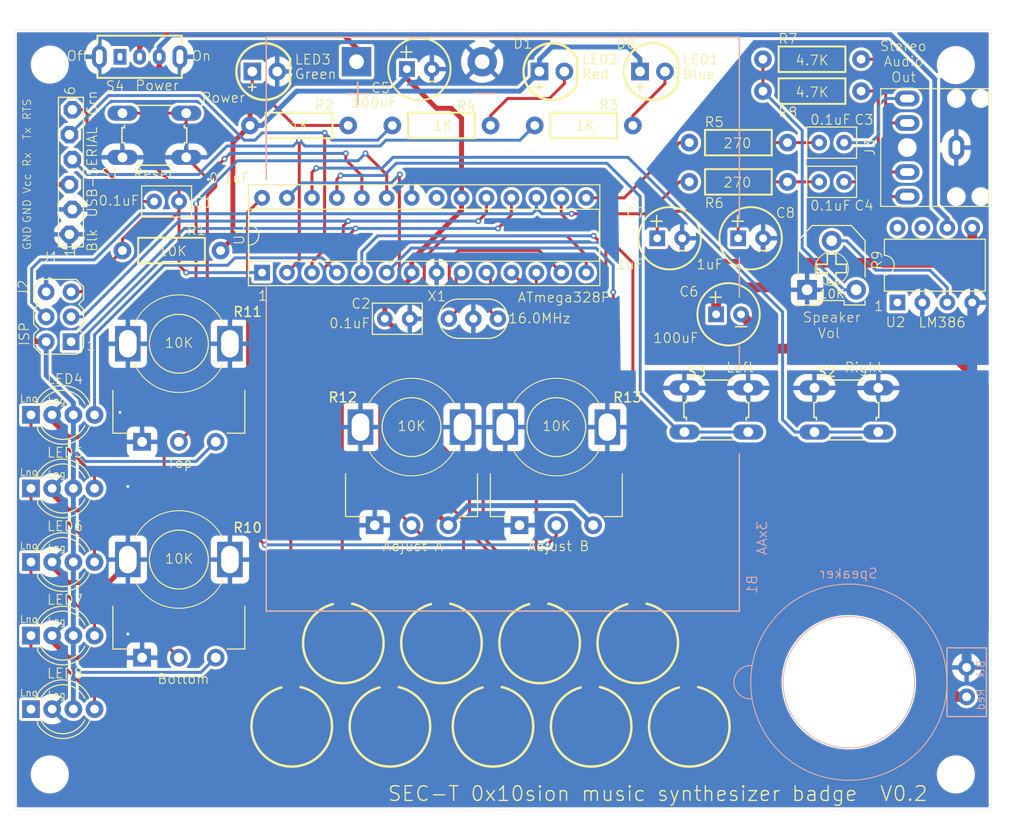
<source format=kicad_pcb>
(kicad_pcb (version 20240108) (generator "pcbnew") (generator_version "8.0")
  (title_block (date "2024-08-10") (rev "0.2"))
  (layers (0 "F.Cu" signal) (31 "B.Cu" signal) (34 "B.Paste" user) (35 "F.Paste" user) (36 "B.SilkS" user "B.Silkscreen") (37 "F.SilkS" user "F.Silkscreen") (38 "B.Mask" user) (39 "F.Mask" user) (44 "Edge.Cuts" user))
  (net 0 "")
  (net 1 "GND")
  (net 2 "VCC")
  (net 3 "RTS*")
  (net 4 "RESET*")
  (net 5 "TXD")
  (net 6 "AUDIO-LEFT")
  (net 7 "RXD")
  (net 8 "SCK")
  (net 9 "MISO")
  (net 10 "Net-(R6-2)")
  (net 11 "Net-(U2-OUT)")
  (net 12 "MOSI{slash}AUDIO-RIGHT")
  (net 13 "Net-(LED1-C)")
  (net 14 "Net-(LED2-C)")
  (net 15 "Net-(LED4-DOUT)")
  (net 16 "Neopix_Data")
  (net 17 "Net-(LED5-DOUT)")
  (net 18 "Net-(LED6-DOUT)")
  (net 19 "Net-(LED7-DOUT)")
  (net 21 "Net-(U1-PC2(ADC2))")
  (net 22 "Net-(U1-PC3(ADC3))")
  (net 26 "Net-(U1-PB6(XTAL1{slash}TOSC1))")
  (net 27 "Net-(U1-PB7(XTAL2{slash}TOSC2))")
  (net 29 "Net-(R10-Wiper)")
  (net 30 "D")
  (net 31 "E")
  (net 32 "F")
  (net 33 "G")
  (net 34 "F#")
  (net 35 "G#")
  (net 36 "D#")
  (net 37 "Net-(B1-Pad+)")
  (net 38 "Net-(R5-2)")
  (net 39 "Net-(J3-Tip)")
  (net 40 "Net-(J3-Ring)")
  (net 41 "Net-(C6-Pad-)")
  (net 42 "Net-(J3-Ring_Switch)")
  (net 43 "Net-(J3-Tip_Switch)")
  (net 44 "Net-(R2-2)")
  (net 45 "Net-(R7-1)")
  (net 46 "Net-(R9-Wiper)")
  (net 47 "Net-(R11-Wiper)")
  (net 48 "Net-(R12-Wiper)")
  (net 49 "Net-(R13-Wiper)")
  (footprint "Library:TACTILE_SWITCH_6.3MM" (layer "F.Cu") (at 184.75 108.75)
    (property "Reference" "S2")
    (property "Value" "Tact Switch Red")
  )
  (footprint "Library:LED5MM" (layer "F.Cu") (at 125.5 74.25)
    (property "Reference" "LED3")
    (property "Value" "Green")
  )
  (footprint "Library:Resistor_THT_0.25W" (layer "F.Cu") (at 158 79.75)
    (property "Reference" "R3")
    (property "Value" "1K")
  )
  (footprint "Library:Resistor_THT_0.25W" (layer "F.Cu") (at 181.25 73)
    (property "Reference" "R7")
    (property "Value" "4.7K")
  )
  (footprint "Library:Cap_Kemet_2.54_MLCC_through-hole" (layer "F.Cu") (at 115.5 87.5 180)
    (property "Reference" "C1")
    (property "Value" "0.1uF")
  )
  (footprint "Library:Cap_Rubycon_Electrolytic_1uF" (layer "F.Cu") (at 175 91.25 180)
    (property "Reference" "C8")
    (property "Value" "1uF")
  )
  (footprint "Library:Cap_Kemet_2.54_MLCC_through-hole" (layer "F.Cu") (at 183.25 85.5)
    (property "Reference" "C4")
    (property "Value" "0.1uF")
  )
  (footprint "Library:LED_WS2812_5mm_Wide_Pins" (layer "F.Cu") (at 101.682 139.25)
    (property "Reference" "LED8")
    (property "Value" "WS2812B")
  )
  (footprint "Library:LED_WS2812_5mm_Wide_Pins" (layer "F.Cu") (at 101.682 131.75)
    (property "Reference" "LED7")
    (property "Value" "WS2812B")
  )
  (footprint "Library:PCB-TOUCHPAD" (layer "F.Cu") (at 143.5 132.5 -90)
    (property "Reference" "TOUCH6" (hide yes))
    (property "Value" "PCB-TOUCHPAD" (hide yes))
  )
  (footprint "Library:Resistor_THT_0.25W" (layer "F.Cu") (at 116 92.5)
    (property "Reference" "R1")
    (property "Value" "10K")
  )
  (footprint "Package_DIP:DIP-28_W7.62mm_Socket" (layer "F.Cu") (at 125.225 94.75 90)
    (property "Reference" "U1")
    (property "Value" "ATmega328P-PU")
  )
  (footprint "Library:Potentiometer_TT_P120PK" (layer "F.Cu") (at 116.75 112)
    (property "Reference" "R11")
    (property "Value" "10K pot")
  )
  (footprint "Library:LED5MM" (layer "F.Cu") (at 154.75 74.25)
    (property "Reference" "LED2")
    (property "Value" "Red")
  )
  (footprint "Library:Potentiometer_TT_P120PK" (layer "F.Cu") (at 116.75 134)
    (property "Reference" "R10")
    (property "Value" "10K pot")
  )
  (footprint "" (layer "F.Cu") (at 194.6 73.6)
    (property "Reference" "@HOLE1" (hide yes))
    (property "Value" "")
  )
  (footprint "Library:TACTILE_SWITCH_6.3MM" (layer "F.Cu") (at 171.5 108.75)
    (property "Reference" "S3")
    (property "Value" "Tact Switch Red")
  )
  (footprint "Library:PCB-TOUCHPAD" (layer "F.Cu") (at 133.5 132.5 -90)
    (property "Reference" "TOUCH9" (hide yes))
    (property "Value" "PCB-TOUCHPAD" (hide yes))
  )
  (footprint "Library:C&K_SPST_OS102011MS2QS1" (layer "F.Cu") (at 110.75 72.75)
    (property "Reference" "S4")
    (property "Value" "SPST" (hide yes))
  )
  (footprint "Library:Resistor_THT_0.25W" (layer "F.Cu") (at 173.75 81.5)
    (property "Reference" "R5")
    (property "Value" "270")
  )
  (footprint "Library:Resistor_THT_0.25W" (layer "F.Cu") (at 173.75 85.5)
    (property "Reference" "R6")
    (property "Value" "270")
  )
  (footprint "Library:TACTILE_SWITCH_6.3MM" (layer "F.Cu") (at 114.25 80.75)
    (property "Reference" "S1")
    (property "Value" "Tact Switch Black")
  )
  (footprint "Library:Cap_Wurth_Electrolytic_100uF" (layer "F.Cu") (at 141.25 74 180)
    (property "Reference" "C5")
    (property "Value" "100uF")
  )
  (footprint "" (layer "F.Cu") (at 195.828265 146.9414)
    (property "Reference" "@HOLE3" (hide yes))
    (property "Value" "")
  )
  (footprint "Library:Cap_Wurth_Electrolytic_100uF" (layer "F.Cu") (at 172.75 99 180)
    (property "Reference" "C6")
    (property "Value" "100uF")
  )
  (footprint "Library:Cap_Kemet_2.54_MLCC_through-hole" (layer "F.Cu") (at 183.25 81.5)
    (property "Reference" "C3")
    (property "Value" "0.1uF")
  )
  (footprint "" (layer "F.Cu") (at 102.878265 146.7914)
    (property "Reference" "@HOLE2" (hide yes))
    (property "Value" "")
  )
  (footprint "Library:PCB-TOUCHPAD" (layer "F.Cu") (at 148.75 141 -90)
    (property "Reference" "TOUCH3" (hide yes))
    (property "Value" "PCB-TOUCHPAD" (hide yes))
  )
  (footprint "Library:Potentiometer_TT_P120PK" (layer "F.Cu") (at 140.45 120.5)
    (property "Reference" "R12")
    (property "Value" "10K pot")
  )
  (footprint "Library:sec-t_logo" (layer "F.Cu") (at 183.25 121)
    (property "Reference" "G***" (hide yes))
    (property "Value" "LOGO" (hide yes))
  )
  (footprint "Library:PCB-TOUCHPAD" (layer "F.Cu") (at 128.25 141 -90)
    (property "Reference" "TOUCH1" (hide yes))
    (property "Value" "PCB-TOUCHPAD" (hide yes))
  )
  (footprint "Library:CERM_OSC_16MHz" (layer "F.Cu") (at 146.75 99.45)
    (property "Reference" "X1")
    (property "Value" "16.00MHz")
  )
  (footprint "Library:TRIMPOT-Bourns-3306F" (layer "F.Cu") (at 183.25 94)
    (property "Reference" "R9")
    (property "Value" "10K trim pot")
  )
  (footprint "Library:3.5mm_CUI_SJ1-3525NG_Horizontal" (layer "F.Cu") (at 194.75 82 -90)
    (property "Reference" "J3")
    (property "Value" "STEREO-AUDIO-3.5MM-SWITCHED")
  )
  (footprint "Library:Potentiometer_TT_P120PK" (layer "F.Cu") (at 155.2 120.5)
    (property "Reference" "R13")
    (property "Value" "10K pot")
  )
  (footprint "Library:PCB-TOUCHPAD" (layer "F.Cu") (at 168.75 141 -90)
    (property "Reference" "TOUCH5" (hide yes))
    (property "Value" "PCB-TOUCHPAD" (hide yes))
  )
  (footprint "Library:Resistor_THT_0.25W" (layer "F.Cu") (at 143.5 79.75)
    (property "Reference" "R4")
    (property "Value" "1K")
  )
  (footprint "Library:Cap_Rubycon_Electrolytic_1uF" (layer "F.Cu") (at 166.75 91.25 180)
    (property "Reference" "C7")
    (property "Value" "1uF")
  )
  (footprint "Library:PCB-TOUCHPAD" (layer "F.Cu") (at 138.25 141 -90)
    (property "Reference" "TOUCH2" (hide yes))
    (property "Value" "PCB-TOUCHPAD" (hide yes))
  )
  (footprint "Library:1x06-pin-header_2.54mm_spacing" (layer "F.Cu") (at 105.75 84.5 90)
    (property "Reference" "J1")
    (property "Value" "1x6 right-angle pin-header")
  )
  (footprint "Library:2x3_-pin-header_2.54mm_spacing" (layer "F.Cu") (at 104.5 99.25 180)
    (property "Reference" "J2")
    (property "Value" "ISP")
  )
  (footprint "Library:Cap_Kemet_2.54_MLCC_through-hole" (layer "F.Cu") (at 139 99.45)
    (property "Reference" "C2")
    (property "Value" "0.1uF")
  )
  (footprint "Library:Resistor_THT_0.25W" (layer "F.Cu") (at 181.25 76.25)
    (property "Reference" "R8")
    (property "Value" "4.7K")
  )
  (footprint "Library:LED_WS2812_5mm_Wide_Pins" (layer "F.Cu") (at 101.682 116.75)
    (property "Reference" "LED5")
    (property "Value" "WS2812B")
  )
  (footprint "" (layer "F.Cu") (at 103.6 73.6)
    (property "Reference" "@HOLE0" (hide yes))
    (property "Value" "")
  )
  (footprint "Library:LED_WS2812_5mm_Wide_Pins" (layer "F.Cu") (at 101.682 124.25)
    (property "Reference" "LED6")
    (property "Value" "WS2812B")
  )
  (footprint "Library:PCB-TOUCHPAD" (layer "F.Cu") (at 158.75 141 -90)
    (property "Reference" "TOUCH4" (hide yes))
    (property "Value" "PCB-TOUCHPAD" (hide yes))
  )
  (footprint "Library:PCB-TOUCHPAD" (layer "F.Cu") (at 153.5 132.5 -90)
    (property "Reference" "TOUCH7" (hide yes))
    (property "Value" "PCB-TOUCHPAD" (hide yes))
  )
  (footprint "Library:Resistor_THT_0.25W" (layer "F.Cu") (at 129 79.75)
    (property "Reference" "R2")
    (property "Value" "1K")
  )
  (footprint "Library:PCB-TOUCHPAD" (layer "F.Cu") (at 163.5 132.5 -90)
    (property "Reference" "TOUCH8" (hide yes))
    (property "Value" "PCB-TOUCHPAD" (hide yes))
  )
  (footprint "Library:LED5MM" (layer "F.Cu") (at 165 74.25)
    (property "Reference" "LED1")
    (property "Value" "Blue")
  )
  (footprint "Library:LED_WS2812_5mm_Wide_Pins" (layer "F.Cu") (at 101.682 109.25)
    (property "Reference" "LED4")
    (property "Value" "WS2812B")
  )
  (footprint "Package_DIP:DIP-8_W7.62mm" (layer "F.Cu") (at 189.95 97.8 90)
    (property "Reference" "U2")
    (property "Value" "LM386N-1")
  )
  (footprint "Library:DesignedWithKiCad_logo" (layer "B.Cu") (at 113.75 145.3 180)
    (property "Reference" "G***" (hide yes))
    (property "Value" "LOGO" (hide yes))
  )
  (footprint "Library:CC-BY-SA_logo" (layer "B.Cu") (at 159.934214 147.629551 180)
    (property "Reference" "G***" (hide yes))
    (property "Value" "LOGO" (hide yes))
  )
  (footprint "Library:oshw-logo" (layer "B.Cu") (at 170.25 143.5 180)
    (property "Reference" "G***" (hide yes))
    (property "Value" "LOGO" (hide yes))
  )
  (footprint "Library:BatteryHolder_Eagle_Plastic_Devices_3xAA" (layer "B.Cu") (at 149.75 129.25 90)
    (property "Reference" "B1")
    (property "Value" "Battery Holder")
  )
  (footprint "Library:SPEAKER-TERMINALS" (layer "B.Cu") (at 197 136.5 -90)
    (property "Reference" "SPKR1" (hide yes))
    (property "Value" "SPEAKER-TERMINALS")
  )
  (footprint "Library:cornfield-elec-logo_BLK" (layer "B.Cu") (at 138.25 147.37 180)
    (property "Reference" "G***" (hide yes))
    (property "Value" "LOGO" (hide yes))
  )
  (gr_line (start 199.5 70) (end 100 70) (stroke (width 0.0254)) (layer "Edge.Cuts"))
  (gr_line (start 199.5 149.5) (end 199.5 70) (stroke (width 0.0254)) (layer "Edge.Cuts"))
  (gr_line (start 100 149.5) (end 199.5 149.5) (stroke (width 0.0254)) (layer "Edge.Cuts"))
  (gr_line (start 100 70) (end 100 149.5) (stroke (width 0.02794)) (layer "Edge.Cuts"))
  (gr_text "3xAA" (at 176.75 120 90) (layer "B.SilkS") (effects (font (size 1 1) (thickness 0.1)) (justify left bottom mirror)))
  (gr_text "Speaker" (at 188 126 0) (layer "B.SilkS") (effects (font (size 1 1) (thickness 0.1)) (justify left bottom mirror)))
  (gr_text "1" (at 124.75 97.7 0) (layer "F.SilkS") (effects (font (size 1 1) (thickness 0.1)) (justify left bottom)))
  (gr_text "Reset" (at 112.05 85.25 0) (layer "F.SilkS") (effects (font (size 1 1) (thickness 0.1)) (justify left bottom)))
  (gr_text "RTS" (at 101.75 79.25 90) (layer "F.SilkS") (effects (font (size 0.8 0.8) (thickness 0.08)) (justify left bottom)))
  (gr_text "LM386" (at 194.5 99.25 0) (layer "F.SilkS") (effects (font (size 1 1) (thickness 0.1)) (justify top)))
  (gr_text "Off" (at 105.25 73.25 0) (layer "F.SilkS") (effects (font (size 1 1) (thickness 0.1)) (justify left bottom)))
  (gr_text "0.1uF" (at 181 88.5 0) (layer "F.SilkS") (effects (font (size 1 1) (thickness 0.1)) (justify left bottom)))
  (gr_text "10K" (at 138.95 110.974576 0) (layer "F.SilkS") (effects (font (size 1 1) (thickness 0.1)) (justify left bottom)))
  (gr_text "GND" (at 101.75 92.5 90) (layer "F.SilkS") (effects (font (size 0.8 0.8) (thickness 0.08)) (justify left bottom)))
  (gr_text "Green" (at 128.5 75.1 0) (layer "F.SilkS") (effects (font (size 1 1) (thickness 0.1)) (justify left bottom)))
  (gr_text "Vcc" (at 101.75 86.75 90) (layer "F.SilkS") (effects (font (size 0.8 0.8) (thickness 0.08)) (justify left bottom)))
  (gr_text "Top" (at 115.5 114.75 0) (layer "F.SilkS") (effects (font (size 1 1) (thickness 0.1)) (justify left bottom)))
  (gr_text "Left" (at 172.435 105 0) (layer "F.SilkS") (effects (font (size 1 1) (thickness 0.1)) (justify left bottom)))
  (gr_text "ATmega328P" (at 156 96.7 0) (layer "F.SilkS") (effects (font (size 1 1) (thickness 0.1)) (justify top)))
  (gr_text "10K" (at 153.7 110.974576 0) (layer "F.SilkS") (effects (font (size 1 1) (thickness 0.1)) (justify left bottom)))
  (gr_text "Blk" (at 108.5 92.7 90) (layer "F.SilkS") (effects (font (size 1 1) (thickness 0.1)) (justify left bottom)))
  (gr_text "0.1uF" (at 132 100.5 0) (layer "F.SilkS") (effects (font (size 1 1) (thickness 0.1)) (justify left bottom)))
  (gr_text "6" (at 106.25 76.75 90) (layer "F.SilkS") (effects (font (size 1 1) (thickness 0.1)) (justify left bottom)))
  (gr_text "100uF" (at 134.25 78 0) (layer "F.SilkS") (effects (font (size 1 1) (thickness 0.1)) (justify left bottom)))
  (gr_text "10K" (at 114.6 93.15 0) (layer "F.SilkS") (effects (font (size 1 1) (thickness 0.1)) (justify left bottom)))
  (gr_text "Audio\n Out" (at 188.5 75.412929 0) (layer "F.SilkS") (effects (font (size 1 1) (thickness 0.09)) (justify left bottom)))
  (gr_text "Blue" (at 168 75.1 0) (layer "F.SilkS") (effects (font (size 1 1) (thickness 0.1)) (justify left bottom)))
  (gr_text "Power" (at 119 77.5 0) (layer "F.SilkS") (effects (font (size 1 1) (thickness 0.1)) (justify left bottom)))
  (gr_text "Red" (at 157.75 75.1 0) (layer "F.SilkS") (effects (font (size 1 1) (thickness 0.1)) (justify left bottom)))
  (gr_text "1K" (at 142.6 80.35 0) (layer "F.SilkS") (effects (font (size 1 1) (thickness 0.1)) (justify left bottom)))
  (gr_text "Power" (at 112.25 76.25 0) (layer "F.SilkS") (effects (font (size 1 1) (thickness 0.1)) (justify left bottom)))
  (gr_text "+" (at 134.25 76.25 0) (layer "F.SilkS") (effects (font (size 1 1) (thickness 0.1)) (justify left bottom)))
  (gr_text "0.1uF" (at 108.5 88 0) (layer "F.SilkS") (effects (font (size 1 1) (thickness 0.1)) (justify left bottom)))
  (gr_text "16.0MHz" (at 150.25 100 0) (layer "F.SilkS") (effects (font (size 1 1) (thickness 0.1)) (justify left bottom)))
  (gr_text "Rx" (at 101.75 84 90) (layer "F.SilkS") (effects (font (size 0.8 0.8) (thickness 0.08)) (justify left bottom)))
  (gr_text "0.1uF" (at 119.75 85.7 0) (layer "F.SilkS") (effects (font (size 1 1) (thickness 0.1)) (justify left bottom)))
  (gr_text "USB-SERIAL" (at 108.5 89.2 90) (layer "F.SilkS") (effects (font (size 1 1) (thickness 0.1)) (justify left bottom)))
  (gr_text "Stereo" (at 188.1 72.25 0) (layer "F.SilkS") (effects (font (size 1 1) (thickness 0.09)) (justify left bottom)))
  (gr_text "1K" (at 128.05 80.35 0) (layer "F.SilkS") (effects (font (size 1 1) (thickness 0.1)) (justify left bottom)))
  (gr_text "GND" (at 101.75 89.75 90) (layer "F.SilkS") (effects (font (size 0.8 0.8) (thickness 0.08)) (justify left bottom)))
  (gr_text "Adjust A" (at 137.45 123.224576 0) (layer "F.SilkS") (effects (font (size 1 1) (thickness 0.1)) (justify left bottom)))
  (gr_text "10K" (at 181.9 97.45 0) (layer "F.SilkS") (effects (font (size 0.9 0.9)) (justify left bottom)))
  (gr_text "0.1uF" (at 181 79.75 0) (layer "F.SilkS") (effects (font (size 1 1) (thickness 0.1)) (justify left bottom)))
  (gr_text "D1" (at 150.75 72 0) (layer "F.SilkS") (effects (font (size 1 1) (thickness 0.1)) (justify left bottom)))
  (gr_text "1uF" (at 169.4 94.5 0) (layer "F.SilkS") (effects (font (size 1 1) (thickness 0.1)) (justify left bottom)))
  (gr_text "On" (at 118 73.25 0) (layer "F.SilkS") (effects (font (size 1 1) (thickness 0.1)) (justify left bottom)))
  (gr_text "270" (at 172.15 86.15 0) (layer "F.SilkS") (effects (font (size 1 1) (thickness 0.1)) (justify left bottom)))
  (gr_text "1" (at 106.25 93.25 90) (layer "F.SilkS") (effects (font (size 1 1) (thickness 0.1)) (justify left bottom)))
  (gr_text "4.7K" (at 179.5 73.7 0) (layer "F.SilkS") (effects (font (size 1 1) (thickness 0.1)) (justify left bottom)))
  (gr_text "-" (at 147 76.25 0) (layer "F.SilkS") (effects (font (size 1 1) (thickness 0.1)) (justify left bottom)))
  (gr_text "10K" (at 115.25 102.5 0) (layer "F.SilkS") (effects (font (size 1 1) (thickness 0.1)) (justify left bottom)))
  (gr_text "SEC-T 0x10sion music synthesizer badge  V0.2" (at 165.528265 148.7414 0) (layer "F.SilkS") (effects (font (size 1.5 1.5) (thickness 0.13)) (justify bottom)))
  (gr_text "Grn" (at 108.5 78.784 90) (layer "F.SilkS") (effects (font (size 1 1) (thickness 0.1)) (justify left bottom)))
  (gr_text "1uF" (at 161.25 94.5 0) (layer "F.SilkS") (effects (font (size 1 1) (thickness 0.1)) (justify left bottom)))
  (gr_text "270" (at 172.15 82.15 0) (layer "F.SilkS") (effects (font (size 1 1) (thickness 0.1)) (justify left bottom)))
  (gr_text "Speaker\n  Vol" (at 180.25 101.5 0) (layer "F.SilkS") (effects (font (size 1 1) (thickness 0.09)) (justify left bottom)))
  (gr_text "1K" (at 157.1 80.35 0) (layer "F.SilkS") (effects (font (size 1 1) (thickness 0.1)) (justify left bottom)))
  (gr_text "4.7K" (at 179.5 76.95 0) (layer "F.SilkS") (effects (font (size 1 1) (thickness 0.1)) (justify left bottom)))
  (gr_text "10K" (at 115.25 124.5 0) (layer "F.SilkS") (effects (font (size 1 1) (thickness 0.1)) (justify left bottom)))
  (gr_text "100uF" (at 165 102 0) (layer "F.SilkS") (effects (font (size 1 1) (thickness 0.1)) (justify left bottom)))
  (gr_text "Adjust B" (at 152.2 123.224576 0) (layer "F.SilkS") (effects (font (size 1 1) (thickness 0.1)) (justify left bottom)))
  (gr_text "D0" (at 161.25 72 0) (layer "F.SilkS") (effects (font (size 1 1) (thickness 0.1)) (justify left bottom)))
  (gr_text "Right" (at 184.5 105 0) (layer "F.SilkS") (effects (font (size 1 1) (thickness 0.1)) (justify left bottom)))
  (gr_text "Bottom" (at 114.5 136.75 0) (layer "F.SilkS") (effects (font (size 1 1) (thickness 0.1)) (justify left bottom)))
  (gr_text "Tx" (at 101.75 81.25 90) (layer "F.SilkS") (effects (font (size 0.8 0.8) (thickness 0.08)) (justify left bottom)))
  (gr_text "1" (at 187.5 98.75 0) (layer "F.SilkS") (effects (font (size 1 1) (thickness 0.1)) (justify left bottom)))
  (segment (start 111.55 132.05) (end 111.55 131.6) (width 0.5) (layer "F.Cu") (net 1))
  (segment (start 176.27 91.25) (end 176.27 92.68) (width 0.5) (layer "F.Cu") (net 1))
  (segment (start 110.75 110.35) (end 109.6 111.5) (width 0.5) (layer "F.Cu") (net 1))
  (segment (start 103.841 117.291) (end 105.5 118.95) (width 0.5) (layer "F.Cu") (net 1))
  (segment (start 111.55 116.55) (end 111.55 116.6) (width 0.5) (layer "F.Cu") (net 1))
  (segment (start 103.841 131.9) (end 103.841 132.341) (width 0.5) (layer "F.Cu") (net 1))
  (segment (start 103.841 116.85) (end 103.841 117.291) (width 0.5) (layer "F.Cu") (net 1))
  (segment (start 176.27 92.68) (end 175.35 93.6) (width 0.5) (layer "F.Cu") (net 1))
  (segment (start 111.55 131.6) (end 111.55 131.65) (width 0.5) (layer "F.Cu") (net 1))
  (segment (start 111.55 124.4) (end 111.55 124) (width 0.5) (layer "F.Cu") (net 1))
  (segment (start 103.841 124.25) (end 103.841 124.691) (width 0.5) (layer "F.Cu") (net 1))
  (segment (start 103.841 132.341) (end 105.5 134) (width 0.5) (layer "F.Cu") (net 1))
  (segment (start 119.75 85.25) (end 117.5 83) (width 0.3) (layer "F.Cu") (net 1))
  (segment (start 110.75 109) (end 110.75 110.35) (width 0.5) (layer "F.Cu") (net 1))
  (segment (start 109.6 111.5) (end 105.5 111.5) (width 0.5) (layer "F.Cu") (net 1))
  (segment (start 103.841 124.691) (end 105.5 126.35) (width 0.5) (layer "F.Cu") (net 1))
  (segment (start 111.55 117) (end 111.55 116.55) (width 0.5) (layer "F.Cu") (net 1))
  (segment (start 105.5 118.95) (end 109.6 118.95) (width 0.5) (layer "F.Cu") (net 1))
  (segment (start 168.02 92.62) (end 168.02 91.25) (width 0.5) (layer "F.Cu") (net 1))
  (segment (start 105.5 126.35) (end 109.6 126.35) (width 0.5) (layer "F.Cu") (net 1))
  (segment (start 109.6 134) (end 111.55 132.05) (width 0.5) (layer "F.Cu") (net 1))
  (segment (start 169 93.6) (end 168.02 92.62) (width 0.5) (layer "F.Cu") (net 1))
  (segment (start 109.6 118.95) (end 111.55 117) (width 0.5) (layer "F.Cu") (net 1))
  (segment (start 175.35 93.6) (end 169 93.6) (width 0.5) (layer "F.Cu") (net 1))
  (segment (start 109.6 126.35) (end 111.55 124.4) (width 0.5) (layer "F.Cu") (net 1))
  (segment (start 103.841 109.841) (end 103.841 109.4) (width 0.5) (layer "F.Cu") (net 1))
  (segment (start 105.5 111.5) (end 103.841 109.841) (width 0.5) (layer "F.Cu") (net 1))
  (segment (start 105.5 134) (end 109.6 134) (width 0.5) (layer "F.Cu") (net 1))
  (via (at 111.55 131.6) (size 0.6) (drill 0.3) (layers "F.Cu" "B.Cu") (net 1))
  (via (at 110.75 109) (size 0.6) (drill 0.3) (layers "F.Cu" "B.Cu") (net 1))
  (via (at 111.55 116.55) (size 0.6) (drill 0.3) (layers "F.Cu" "B.Cu") (net 1))
  (via (at 119.75 85.25) (size 0.6) (drill 0.3) (layers "F.Cu" "B.Cu") (net 1))
  (segment (start 197 135) (end 197 132.75) (width 1) (layer "B.Cu") (net 1))
  (segment (start 198.75 106.5) (end 197.57 105.32) (width 1) (layer "B.Cu") (net 1))
  (segment (start 198.75 131) (end 198.75 106.5) (width 1) (layer "B.Cu") (net 1))
  (segment (start 197.57 105.32) (end 197.57 97.8) (width 1) (layer "B.Cu") (net 1))
  (segment (start 197 132.75) (end 198.75 131) (width 1) (layer "B.Cu") (net 1))
  (segment (start 139.5 115.8) (end 139.5 101.22) (width 0.5) (layer "F.Cu") (net 2))
  (segment (start 144.2 120.5) (end 139.5 115.8) (width 0.5) (layer "F.Cu") (net 2))
  (segment (start 104.27 85.77) (end 101 89.04) (width 0.5) (layer "F.Cu") (net 2))
  (segment (start 143 78) (end 139.98 74.98) (width 0.5) (layer "F.Cu") (net 2))
  (segment (start 137.73 97.97) (end 137.73 99.45) (width 0.5) (layer "F.Cu") (net 2))
  (segment (start 112.75 75.75) (end 105.382473 75.75) (width 0.5) (layer "F.Cu") (net 2))
  (segment (start 145.545 87.13) (end 145.545 88.405) (width 0.5) (layer "F.Cu") (net 2))
  (segment (start 101 100.53) (end 102.26 101.79) (width 0.5) (layer "F.Cu") (net 2))
  (segment (start 140.465 93.485) (end 140.465 94.75) (width 0.5) (layer "F.Cu") (net 2))
  (segment (start 103 84.5) (end 104.27 85.77) (width 0.5) (layer "F.Cu") (net 2))
  (segment (start 121.25 75.75) (end 116.75 75.75) (width 0.5) (layer "F.Cu") (net 2))
  (segment (start 145.5 79) (end 144.5 78) (width 0.5) (layer "F.Cu") (net 2))
  (segment (start 124 79.75) (end 124 78.5) (width 0.5) (layer "F.Cu") (net 2))
  (segment (start 114.75 72.75) (end 114.75 73.75) (width 0.5) (layer "F.Cu") (net 2))
  (segment (start 104.27 85.77) (end 105.6 85.77) (width 0.5) (layer "F.Cu") (net 2))
  (segment (start 145.545 87.13) (end 145.545 79) (width 0.5) (layer "F.Cu") (net 2))
  (segment (start 116.75 75.75) (end 114.75 73.75) (width 0.5) (layer "F.Cu") (net 2))
  (segment (start 145.545 88.405) (end 140.465 93.485) (width 0.5) (layer "F.Cu") (net 2))
  (segment (start 102.26 101.79) (end 103.23 101.79) (width 0.5) (layer "F.Cu") (net 2))
  (segment (start 103 78.132473) (end 103 84.5) (width 0.5) (layer "F.Cu") (net 2))
  (segment (start 122.25 91.25) (end 121 92.5) (width 0.5) (layer "F.Cu") (net 2))
  (segment (start 124 79.75) (end 122.25 81.5) (width 0.5) (layer "F.Cu") (net 2))
  (segment (start 144.5 78) (end 143 78) (width 0.5) (layer "F.Cu") (net 2))
  (segment (start 140.465 94.75) (end 140.465 95.235) (width 0.5) (layer "F.Cu") (net 2))
  (segment (start 139.98 74.98) (end 139.98 74) (width 0.5) (layer "F.Cu") (net 2))
  (segment (start 139.5 101.22) (end 137.73 99.45) (width 0.5) (layer "F.Cu") (net 2))
  (segment (start 140.465 95.235) (end 137.73 97.97) (width 0.5) (layer "F.Cu") (net 2))
  (segment (start 145.545 79) (end 145.5 79) (width 0.5) (layer "F.Cu") (net 2))
  (segment (start 114.75 73.75) (end 112.75 75.75) (width 0.5) (layer "F.Cu") (net 2))
  (segment (start 122.25 81.5) (end 122.25 91.25) (width 0.5) (layer "F.Cu") (net 2))
  (segment (start 105.382473 75.75) (end 103 78.132473) (width 0.5) (layer "F.Cu") (net 2))
  (segment (start 124 78.5) (end 121.25 75.75) (width 0.5) (layer "F.Cu") (net 2))
  (segment (start 101 89.04) (end 101 100.53) (width 0.5) (layer "F.Cu") (net 2))
  (segment (start 125.25 79.75) (end 124 79.75) (width 0.5) (layer "B.Cu") (net 2))
  (segment (start 163.73 72.98) (end 163.73 74.25) (width 0.5) (layer "B.Cu") (net 2))
  (segment (start 156.95 118.5) (end 146.2 118.5) (width 0.5) (layer "B.Cu") (net 2))
  (segment (start 195.03 90.18) (end 195.03 89.28) (width 0.5) (layer "B.Cu") (net 2))
  (segment (start 138.5 76.25) (end 139.98 74.77) (width 0.5) (layer "B.Cu") (net 2))
  (segment (start 106 134.75) (end 106 139.25) (width 0.5) (layer "B.Cu") (net 2))
  (segment (start 153.48 74.25) (end 153.48 73.02) (width 0.5) (layer "B.Cu") (net 2))
  (segment (start 153.48 74.25) (end 151.48 76.25) (width 0.5) (layer "B.Cu") (net 2))
  (segment (start 120.5 112) (end 118.5 114) (width 0.3) (layer "B.Cu") (net 2))
  (segment (start 114.75 71.75) (end 114.75 72.75) (width 0.5) (layer "B.Cu") (net 2))
  (segment (start 146.2 118.5) (end 144.2 120.5) (width 0.5) (layer "B.Cu") (net 2))
  (segment (start 106 112.75) (end 106 116.75) (width 0.5) (layer "B.Cu") (net 2))
  (segment (start 103.23 101.79) (end 103.23 105.23) (width 0.5) (layer "B.Cu") (net 2))
  (segment (start 162.5 71.75) (end 163.73 72.98) (width 0.5) (layer "B.Cu") (net 2))
  (segment (start 118.5 114) (end 107.25 114) (width 0.3) (layer "B.Cu") (net 2))
  (segment (start 193.75 75) (end 189.25 70.5) (width 0.5) (layer "B.Cu") (net 2))
  (segment (start 103.23 105.23) (end 106 108) (width 0.5) (layer "B.Cu") (net 2))
  (segment (start 151.48 76.25) (end 141.25 76.25) (width 0.5) (layer "B.Cu") (net 2))
  (segment (start 106 108) (end 106 109.25) (width 0.5) (layer "B.Cu") (net 2))
  (segment (start 139.98 74.77) (end 139.98 74) (width 0.5) (layer "B.Cu") (net 2))
  (segment (start 195.03 89.28) (end 193.75 88) (width 0.5) (layer "B.Cu") (net 2))
  (segment (start 106.75 135.5) (end 106 134.75) (width 0.3) (layer "B.Cu") (net 2))
  (segment (start 106 109.25) (end 106 112.75) (width 0.5) (layer "B.Cu") (net 2))
  (segment (start 141.25 76.25) (end 138.5 76.25) (width 0.5) (layer "B.Cu") (net 2))
  (segment (start 119 135.5) (end 106.75 135.5) (width 0.3) (layer "B.Cu") (net 2))
  (segment (start 153.48 73.02) (end 154.75 71.75) (width 0.5) (layer "B.Cu") (net 2))
  (segment (start 128.75 76.25) (end 125.25 79.75) (width 0.5) (layer "B.Cu") (net 2))
  (segment (start 116 70.5) (end 114.75 71.75) (width 0.5) (layer "B.Cu") (net 2))
  (segment (start 189.25 70.5) (end 116 70.5) (width 0.5) (layer "B.Cu") (net 2))
  (segment (start 106 116.75) (end 106 124.25) (width 0.5) (layer "B.Cu") (net 2))
  (segment (start 154.75 71.75) (end 162.5 71.75) (width 0.5) (layer "B.Cu") (net 2))
  (segment (start 193.75 88) (end 193.75 75) (width 0.5) (layer "B.Cu") (net 2))
  (segment (start 158.95 120.5) (end 156.95 118.5) (width 0.5) (layer "B.Cu") (net 2))
  (segment (start 107.25 114) (end 106 112.75) (width 0.3) (layer "B.Cu") (net 2))
  (segment (start 138.5 76.25) (end 128.75 76.25) (width 0.5) (layer "B.Cu") (net 2))
  (segment (start 120.5 134) (end 119 135.5) (width 0.3) (layer "B.Cu") (net 2))
  (segment (start 106 131.75) (end 106 134.75) (width 0.5) (layer "B.Cu") (net 2))
  (segment (start 106 124.25) (end 106 131.75) (width 0.5) (layer "B.Cu") (net 2))
  (segment (start 107.05 78.15) (end 105.9 78.15) (width 0.3) (layer "F.Cu") (net 3))
  (segment (start 107.4 82.45) (end 107.4 78.5) (width 0.3) (layer "F.Cu") (net 3))
  (segment (start 114.23 87.5) (end 112.45 87.5) (width 0.3) (layer "F.Cu") (net 3))
  (segment (start 107.4 78.5) (end 107.05 78.15) (width 0.3) (layer "F.Cu") (net 3))
  (segment (start 112.45 87.5) (end 107.4 82.45) (width 0.3) (layer "F.Cu") (net 3))
  (segment (start 106.79 96.71) (end 111 92.5) (width 0.3) (layer "F.Cu") (net 4))
  (segment (start 117.5 94.75) (end 116.77 94.02) (width 0.3) (layer "F.Cu") (net 4))
  (segment (start 105.77 96.71) (end 106.79 96.71) (width 0.3) (layer "F.Cu") (net 4))
  (segment (start 111 91.35) (end 113.15 89.2) (width 0.3) (layer "F.Cu") (net 4))
  (segment (start 116.77 94.02) (end 116.77 87.5) (width 0.3) (layer "F.Cu") (net 4))
  (segment (start 114.5 84.15) (end 114.5 82.45) (width 0.3) (layer "F.Cu") (net 4))
  (segment (start 117.5 79.45) (end 117.5 78.5) (width 0.3) (layer "F.Cu") (net 4))
  (segment (start 111 78.5) (end 117.5 78.5) (width 0.3) (layer "F.Cu") (net 4))
  (segment (start 116.77 88.53) (end 116.77 87.5) (width 0.3) (layer "F.Cu") (net 4))
  (segment (start 114.5 82.45) (end 117.5 79.45) (width 0.3) (layer "F.Cu") (net 4))
  (segment (start 113.15 89.2) (end 116.1 89.2) (width 0.3) (layer "F.Cu") (net 4))
  (segment (start 111 92.5) (end 111 91.35) (width 0.3) (layer "F.Cu") (net 4))
  (segment (start 116.77 86.42) (end 114.5 84.15) (width 0.3) (layer "F.Cu") (net 4))
  (segment (start 116.77 87.5) (end 116.77 86.42) (width 0.3) (layer "F.Cu") (net 4))
  (segment (start 116.1 89.2) (end 116.77 88.53) (width 0.3) (layer "F.Cu") (net 4))
  (via (at 117.5 94.75) (size 0.6) (drill 0.3) (layers "F.Cu" "B.Cu") (net 4))
  (segment (start 125.225 94.75) (end 117.5 94.75) (width 0.3) (layer "B.Cu") (net 4))
  (segment (start 131.6 80.5) (end 131.595 80.505) (width 0.3) (layer "F.Cu") (net 5))
  (segment (start 131.595 80.505) (end 131.595 92.405) (width 0.3) (layer "F.Cu") (net 5))
  (segment (start 130.305 93.695) (end 130.305 94.75) (width 0.3) (layer "F.Cu") (net 5))
  (segment (start 131.595 92.405) (end 130.305 93.695) (width 0.3) (layer "F.Cu") (net 5))
  (via (at 131.6 80.5) (size 0.6) (drill 0.3) (layers "F.Cu" "B.Cu") (net 5))
  (segment (start 132.35 81.25) (end 131.6 80.5) (width 0.3) (layer "B.Cu") (net 5))
  (segment (start 124.5 81.25) (end 123.420405 81.25) (width 0.3) (layer "B.Cu") (net 5))
  (segment (start 123.420405 81.25) (end 118.870405 76.7) (width 0.3) (layer "B.Cu") (net 5))
  (segment (start 118.870405 76.7) (end 109.59 76.7) (width 0.3) (layer "B.Cu") (net 5))
  (segment (start 125.25 80.5) (end 124.5 81.25) (width 0.3) (layer "B.Cu") (net 5))
  (segment (start 109.59 76.7) (end 105.6 80.69) (width 0.3) (layer "B.Cu") (net 5))
  (segment (start 138.5 79.75) (end 137 81.25) (width 0.3) (layer "B.Cu") (net 5))
  (segment (start 131.6 80.5) (end 125.25 80.5) (width 0.3) (layer "B.Cu") (net 5))
  (segment (start 137 81.25) (end 132.35 81.25) (width 0.3) (layer "B.Cu") (net 5))
  (segment (start 158.245 87.13) (end 162.12 87.13) (width 0.3) (layer "F.Cu") (net 6))
  (segment (start 167.75 81.5) (end 168.75 81.5) (width 0.3) (layer "F.Cu") (net 6))
  (segment (start 162.12 87.13) (end 167.75 81.5) (width 0.3) (layer "F.Cu") (net 6))
  (segment (start 129 81.25) (end 129.015 81.265) (width 0.3) (layer "F.Cu") (net 7))
  (segment (start 129.015 81.265) (end 129.015 93.5) (width 0.3) (layer "F.Cu") (net 7))
  (segment (start 129.015 93.5) (end 127.765 94.75) (width 0.3) (layer "F.Cu") (net 7))
  (via (at 129 81.25) (size 0.6) (drill 0.3) (layers "F.Cu" "B.Cu") (net 7))
  (segment (start 129 81.25) (end 128.4 81.85) (width 0.3) (layer "B.Cu") (net 7))
  (segment (start 137.248528 81.85) (end 137.848528 81.25) (width 0.3) (layer "B.Cu") (net 7))
  (segment (start 129 81.25) (end 129.6 81.85) (width 0.3) (layer "B.Cu") (net 7))
  (segment (start 129.6 81.85) (end 137.248528 81.85) (width 0.3) (layer "B.Cu") (net 7))
  (segment (start 107.42 84.75) (end 105.9 83.23) (width 0.3) (layer "B.Cu") (net 7))
  (segment (start 118.75 84.75) (end 107.42 84.75) (width 0.3) (layer "B.Cu") (net 7))
  (segment (start 128.4 81.85) (end 121.65 81.85) (width 0.3) (layer "B.Cu") (net 7))
  (segment (start 151.5 81.25) (end 153 79.75) (width 0.3) (layer "B.Cu") (net 7))
  (segment (start 137.848528 81.25) (end 151.5 81.25) (width 0.3) (layer "B.Cu") (net 7))
  (segment (start 121.65 81.85) (end 118.75 84.75) (width 0.3) (layer "B.Cu") (net 7))
  (segment (start 148.085 88.665) (end 148.085 87.13) (width 0.3) (layer "F.Cu") (net 8))
  (segment (start 133.5 90) (end 134 89.5) (width 0.3) (layer "F.Cu") (net 8))
  (segment (start 128.15 135.9) (end 128.15 98.672767) (width 0.3) (layer "F.Cu") (net 8))
  (segment (start 131.595 95.227767) (end 131.595 94.232233) (width 0.3) (layer "F.Cu") (net 8))
  (segment (start 147.25 89.5) (end 148.085 88.665) (width 0.3) (layer "F.Cu") (net 8))
  (segment (start 131.595 94.232233) (end 133.5 92.327233) (width 0.3) (layer "F.Cu") (net 8))
  (segment (start 128.15 98.672767) (end 131.595 95.227767) (width 0.3) (layer "F.Cu") (net 8))
  (segment (start 133.5 92.327233) (end 133.5 90) (width 0.3) (layer "F.Cu") (net 8))
  (via (at 134 89.5) (size 0.6) (drill 0.3) (layers "F.Cu" "B.Cu") (net 8))
  (via (at 147.25 89.5) (size 0.6) (drill 0.3) (layers "F.Cu" "B.Cu") (net 8))
  (segment (start 107 99.25) (end 105.77 99.25) (width 0.3) (layer "B.Cu") (net 8))
  (segment (start 147.25 89.5) (end 134 89.5) (width 0.3) (layer "B.Cu") (net 8))
  (segment (start 134 89.5) (end 116.75 89.5) (width 0.3) (layer "B.Cu") (net 8))
  (segment (start 116.75 89.5) (end 107 99.25) (width 0.3) (layer "B.Cu") (net 8))
  (segment (start 150.625 88.875) (end 150.625 87.13) (width 0.3) (layer "F.Cu") (net 9))
  (segment (start 133.4 127.4) (end 133.4 95.962767) (width 0.3) (layer "F.Cu") (net 9))
  (segment (start 134.135 95.227767) (end 134.135 90.865) (width 0.3) (layer "F.Cu") (net 9))
  (segment (start 134.135 90.865) (end 134.75 90.25) (width 0.3) (layer "F.Cu") (net 9))
  (segment (start 133.4 95.962767) (end 134.135 95.227767) (width 0.3) (layer "F.Cu") (net 9))
  (segment (start 149.25 90.25) (end 150.625 88.875) (width 0.3) (layer "F.Cu") (net 9))
  (via (at 134.75 90.25) (size 0.6) (drill 0.3) (layers "F.Cu" "B.Cu") (net 9))
  (via (at 149.25 90.25) (size 0.6) (drill 0.3) (layers "F.Cu" "B.Cu") (net 9))
  (segment (start 117.31 90.25) (end 105.77 101.79) (width 0.3) (layer "B.Cu") (net 9))
  (segment (start 149.25 90.25) (end 134.75 90.25) (width 0.3) (layer "B.Cu") (net 9))
  (segment (start 134.75 90.25) (end 117.31 90.25) (width 0.3) (layer "B.Cu") (net 9))
  (segment (start 177.25 85.5) (end 173.73 89.02) (width 0.3) (layer "F.Cu") (net 10))
  (segment (start 178.75 85.5) (end 181.98 85.5) (width 0.3) (layer "F.Cu") (net 10))
  (segment (start 173.73 89.02) (end 173.73 91.25) (width 0.3) (layer "F.Cu") (net 10))
  (segment (start 178.75 85.5) (end 177.25 85.5) (width 0.3) (layer "F.Cu") (net 10))
  (segment (start 172.5 96.25) (end 171.48 97.27) (width 1) (layer "F.Cu") (net 11))
  (segment (start 179.25 93.75) (end 176.75 96.25) (width 1) (layer "F.Cu") (net 11))
  (segment (start 197.57 91.43) (end 195.25 93.75) (width 1) (layer "F.Cu") (net 11))
  (segment (start 176.75 96.25) (end 172.5 96.25) (width 1) (layer "F.Cu") (net 11))
  (segment (start 171.48 97.27) (end 171.48 99) (width 1) (layer "F.Cu") (net 11))
  (segment (start 195.25 93.75) (end 179.25 93.75) (width 1) (layer "F.Cu") (net 11))
  (segment (start 197.57 90.18) (end 197.57 91.43) (width 1) (layer "F.Cu") (net 11))
  (segment (start 164.5 88.75) (end 156.75 88.75) (width 0.3) (layer "F.Cu") (net 12))
  (segment (start 168.75 85.5) (end 167.75 85.5) (width 0.3) (layer "F.Cu") (net 12))
  (segment (start 167.75 85.5) (end 164.5 88.75) (width 0.3) (layer "F.Cu") (net 12))
  (via (at 156.75 88.75) (size 0.6) (drill 0.3) (layers "F.Cu" "B.Cu") (net 12))
  (segment (start 153.75 88.75) (end 153.165 88.165) (width 0.3) (layer "B.Cu") (net 12))
  (segment (start 112.840811 88.75) (end 108.140811 93.45) (width 0.3) (layer "B.Cu") (net 12))
  (segment (start 152.75 88.75) (end 112.840811 88.75) (width 0.3) (layer "B.Cu") (net 12))
  (segment (start 101.75 94.35) (end 101.75 97.77) (width 0.3) (layer "B.Cu") (net 12))
  (segment (start 108.140811 93.45) (end 102.65 93.45) (width 0.3) (layer "B.Cu") (net 12))
  (segment (start 102.65 93.45) (end 101.75 94.35) (width 0.3) (layer "B.Cu") (net 12))
  (segment (start 153.165 87.13) (end 153.165 88.335) (width 0.3) (layer "B.Cu") (net 12))
  (segment (start 153.165 88.335) (end 152.75 88.75) (width 0.3) (layer "B.Cu") (net 12))
  (segment (start 153.165 88.165) (end 153.165 87.13) (width 0.3) (layer "B.Cu") (net 12))
  (segment (start 156.75 88.75) (end 153.75 88.75) (width 0.3) (layer "B.Cu") (net 12))
  (segment (start 101.75 97.77) (end 103.23 99.25) (width 0.3) (layer "B.Cu") (net 12))
  (segment (start 163 78.75) (end 166.27 75.48) (width 0.3) (layer "F.Cu") (net 13))
  (segment (start 166.27 75.48) (end 166.27 74.25) (width 0.3) (layer "F.Cu") (net 13))
  (segment (start 163 79.75) (end 163 78.75) (width 0.3) (layer "F.Cu") (net 13))
  (segment (start 150.25 77) (end 148.5 78.75) (width 0.3) (layer "F.Cu") (net 14))
  (segment (start 156.02 75.48) (end 154.5 77) (width 0.3) (layer "F.Cu") (net 14))
  (segment (start 154.5 77) (end 150.25 77) (width 0.3) (layer "F.Cu") (net 14))
  (segment (start 148.5 78.75) (end 148.5 79.75) (width 0.3) (layer "F.Cu") (net 14))
  (segment (start 156.02 74.25) (end 156.02 75.48) (width 0.3) (layer "F.Cu") (net 14))
  (segment (start 101.682 109.25) (end 101.682 110.682) (width 0.3) (layer "F.Cu") (net 15))
  (segment (start 101.682 110.682) (end 102.75 111.75) (width 0.3) (layer "F.Cu") (net 15))
  (segment (start 102.75 111.75) (end 104.5 111.75) (width 0.3) (layer "F.Cu") (net 15))
  (segment (start 104.5 111.75) (end 108.159 115.409) (width 0.3) (layer "F.Cu") (net 15))
  (segment (start 108.159 115.409) (end 108.159 116.75) (width 0.3) (layer "F.Cu") (net 15))
  (segment (start 108.159 101.091) (end 108.159 109.25) (width 0.3) (layer "B.Cu") (net 16))
  (segment (start 132.845 94.75) (end 131.345 93.25) (width 0.3) (layer "B.Cu") (net 16))
  (segment (start 115.25 94) (end 108.159 101.091) (width 0.3) (layer "B.Cu") (net 16))
  (segment (start 122.454594 93.25) (end 121.704594 94) (width 0.3) (layer "B.Cu") (net 16))
  (segment (start 121.704594 94) (end 115.25 94) (width 0.3) (layer "B.Cu") (net 16))
  (segment (start 131.345 93.25) (end 122.454594 93.25) (width 0.3) (layer "B.Cu") (net 16))
  (segment (start 108.159 122.909) (end 108.159 124.25) (width 0.3) (layer "F.Cu") (net 17))
  (segment (start 104.5 119.25) (end 108.159 122.909) (width 0.3) (layer "F.Cu") (net 17))
  (segment (start 101.682 116.75) (end 101.682 118.182) (width 0.3) (layer "F.Cu") (net 17))
  (segment (start 102.75 119.25) (end 104.5 119.25) (width 0.3) (layer "F.Cu") (net 17))
  (segment (start 101.682 118.182) (end 102.75 119.25) (width 0.3) (layer "F.Cu") (net 17))
  (segment (start 101.682 124.25) (end 101.682 125.682) (width 0.3) (layer "F.Cu") (net 18))
  (segment (start 104.5 126.75) (end 108.159 130.409) (width 0.3) (layer "F.Cu") (net 18))
  (segment (start 108.159 130.409) (end 108.159 131.75) (width 0.3) (layer "F.Cu") (net 18))
  (segment (start 101.682 125.682) (end 102.75 126.75) (width 0.3) (layer "F.Cu") (net 18))
  (segment (start 102.75 126.75) (end 104.5 126.75) (width 0.3) (layer "F.Cu") (net 18))
  (segment (start 101.682 131.75) (end 101.682 133.307) (width 0.3) (layer "F.Cu") (net 19))
  (segment (start 102.625 134.25) (end 104.375 134.25) (width 0.3) (layer "F.Cu") (net 19))
  (segment (start 104.375 134.25) (end 108.159 138.034) (width 0.3) (layer "F.Cu") (net 19))
  (segment (start 108.159 138.034) (end 108.159 139.125) (width 0.3) (layer "F.Cu") (net 19))
  (segment (start 101.682 133.307) (end 102.625 134.25) (width 0.3) (layer "F.Cu") (net 19))
  (segment (start 132.845 85.224669) (end 133.219669 84.85) (width 0.3) (layer "F.Cu") (net 21))
  (segment (start 132.845 87.13) (end 132.845 85.224669) (width 0.3) (layer "F.Cu") (net 21))
  (via (at 133.219669 84.85) (size 0.6) (drill 0.3) (layers "F.Cu" "B.Cu") (net 21))
  (segment (start 137.65 84.85) (end 138.9 83.6) (width 0.3) (layer "B.Cu") (net 21))
  (segment (start 163.75 87) (end 163.75 107) (width 0.3) (layer "B.Cu") (net 21))
  (segment (start 138.9 83.6) (end 160.35 83.6) (width 0.3) (layer "B.Cu") (net 21))
  (segment (start 160.35 83.6) (end 163.75 87) (width 0.3) (layer "B.Cu") (net 21))
  (segment (start 163.75 107) (end 167.75 111) (width 0.3) (layer "B.Cu") (net 21))
  (segment (start 167.75 111) (end 168.25 111) (width 0.3) (layer "B.Cu") (net 21))
  (segment (start 133.219669 84.85) (end 137.65 84.85) (width 0.3) (layer "B.Cu") (net 21))
  (segment (start 174.75 111) (end 168.25 111) (width 0.3) (layer "B.Cu") (net 21))
  (segment (start 130.305 87.13) (end 130.305 84.545) (width 0.3) (layer "F.Cu") (net 22))
  (segment (start 130.305 84.545) (end 130.75 84.1) (width 0.3) (layer "F.Cu") (net 22))
  (via (at 130.75 84.1) (size 0.6) (drill 0.3) (layers "F.Cu" "B.Cu") (net 22))
  (segment (start 178.25 109.75) (end 178.25 98.75) (width 0.3) (layer "B.Cu") (net 22))
  (segment (start 181.5 111) (end 188 111) (width 0.3) (layer "B.Cu") (net 22))
  (segment (start 178.25 98.75) (end 162.5 83) (width 0.3) (layer "B.Cu") (net 22))
  (segment (start 162.5 83) (end 138.560661 83) (width 0.3) (layer "B.Cu") (net 22))
  (segment (start 137.460661 84.1) (end 130.75 84.1) (width 0.3) (layer "B.Cu") (net 22))
  (segment (start 181.5 111) (end 179.5 111) (width 0.3) (layer "B.Cu") (net 22))
  (segment (start 179.5 111) (end 178.25 109.75) (width 0.3) (layer "B.Cu") (net 22))
  (segment (start 138.560661 83) (end 137.460661 84.1) (width 0.3) (layer "B.Cu") (net 22))
  (segment (start 145 98.7) (end 144.25 99.45) (width 0.3) (layer "F.Cu") (net 26))
  (segment (start 145.545 94.75) (end 145 95.295) (width 0.3) (layer "F.Cu") (net 26))
  (segment (start 145 95.295) (end 145 98.7) (width 0.3) (layer "F.Cu") (net 26))
  (segment (start 148.085 94.75) (end 148.5 95.165) (width 0.3) (layer "F.Cu") (net 27))
  (segment (start 148.5 95.165) (end 148.5 98.7) (width 0.3) (layer "F.Cu") (net 27))
  (segment (start 148.5 98.7) (end 149.25 99.45) (width 0.3) (layer "F.Cu") (net 27))
  (segment (start 118.5 87.75) (end 118.5 95.5) (width 0.3) (layer "F.Cu") (net 29))
  (segment (start 115.25 98.75) (end 115.25 132.5) (width 0.3) (layer "F.Cu") (net 29))
  (segment (start 135.75 82.6) (end 137.925 84.775) (width 0.3) (layer "F.Cu") (net 29))
  (segment (start 118.5 95.5) (end 115.25 98.75) (width 0.3) (layer "F.Cu") (net 29))
  (segment (start 115.25 132.5) (end 116.75 134) (width 0.3) (layer "F.Cu") (net 29))
  (segment (start 137.925 87.175) (end 138.25 87.5) (width 0.3) (layer "F.Cu") (net 29))
  (segment (start 137.925 84.775) (end 137.925 87.13) (width 0.3) (layer "F.Cu") (net 29))
  (via (at 118.5 87.75) (size 0.6) (drill 0.3) (layers "F.Cu" "B.Cu") (net 29))
  (via (at 135.75 82.6) (size 0.6) (drill 0.3) (layers "F.Cu" "B.Cu") (net 29))
  (segment (start 135.75 82.6) (end 135 83.35) (width 0.3) (layer "B.Cu") (net 29))
  (segment (start 122.710661 83.35) (end 118.5 87.560661) (width 0.3) (layer "B.Cu") (net 29))
  (segment (start 118.5 87.560661) (end 118.5 87.75) (width 0.3) (layer "B.Cu") (net 29))
  (segment (start 135 83.35) (end 122.710661 83.35) (width 0.3) (layer "B.Cu") (net 29))
  (segment (start 171 146.25) (end 145.5 146.25) (width 0.3) (layer "F.Cu") (net 30))
  (segment (start 157.189339 90.25) (end 159.5 90.25) (width 0.3) (layer "F.Cu") (net 30))
  (segment (start 163 117.5) (end 171.25 125.75) (width 0.3) (layer "F.Cu") (net 30))
  (segment (start 143.25 144) (end 143.25 139.25) (width 0.3) (layer "F.Cu") (net 30))
  (segment (start 174 143.25) (end 171 146.25) (width 0.3) (layer "F.Cu") (net 30))
  (segment (start 163 93.75) (end 163 117.5) (width 0.3) (layer "F.Cu") (net 30))
  (segment (start 145.5 146.25) (end 143.25 144) (width 0.3) (layer "F.Cu") (net 30))
  (segment (start 143.25 139.25) (end 139.9 135.9) (width 0.3) (layer "F.Cu") (net 30))
  (segment (start 155.705 87.13) (end 155.705 88.765661) (width 0.3) (layer "F.Cu") (net 30))
  (segment (start 174 138.5) (end 174 143.25) (width 0.3) (layer "F.Cu") (net 30))
  (segment (start 155.705 88.765661) (end 157.189339 90.25) (width 0.3) (layer "F.Cu") (net 30))
  (segment (start 171.25 135.75) (end 174 138.5) (width 0.3) (layer "F.Cu") (net 30))
  (segment (start 139.9 135.9) (end 138.15 135.9) (width 0.3) (layer "F.Cu") (net 30))
  (segment (start 159.5 90.25) (end 163 93.75) (width 0.3) (layer "F.Cu") (net 30))
  (segment (start 171.25 125.75) (end 171.25 135.75) (width 0.3) (layer "F.Cu") (net 30))
  (segment (start 153.455 92.5) (end 155.705 94.75) (width 0.3) (layer "F.Cu") (net 31))
  (segment (start 146.35 121.198528) (end 146.35 115.2) (width 0.3) (layer "F.Cu") (net 31))
  (segment (start 146.35 115.2) (end 142.35 111.2) (width 0.3) (layer "F.Cu") (net 31))
  (segment (start 148.65 135.9) (end 148.65 123.498528) (width 0.3) (layer "F.Cu") (net 31))
  (segment (start 142.35 111.2) (end 142.35 97.65) (width 0.3) (layer "F.Cu") (net 31))
  (segment (start 145.25 92.5) (end 153.455 92.5) (width 0.3) (layer "F.Cu") (net 31))
  (segment (start 148.65 123.498528) (end 146.35 121.198528) (width 0.3) (layer "F.Cu") (net 31))
  (segment (start 144.295 95.705) (end 144.295 93.455) (width 0.3) (layer "F.Cu") (net 31))
  (segment (start 144.295 93.455) (end 145.25 92.5) (width 0.3) (layer "F.Cu") (net 31))
  (segment (start 142.35 97.65) (end 144.295 95.705) (width 0.3) (layer "F.Cu") (net 31))
  (segment (start 158.65 128.65) (end 153.165 123.165) (width 0.3) (layer "F.Cu") (net 32))
  (segment (start 158.65 135.9) (end 158.65 128.65) (width 0.3) (layer "F.Cu") (net 32))
  (segment (start 153.165 123.165) (end 153.165 94.75) (width 0.3) (layer "F.Cu") (net 32))
  (segment (start 157.5 113.5) (end 157.5 107.75) (width 0.3) (layer "F.Cu") (net 33))
  (segment (start 161 104.25) (end 161 96.75) (width 0.3) (layer "F.Cu") (net 33))
  (segment (start 168.65 124.65) (end 157.5 113.5) (width 0.3) (layer "F.Cu") (net 33))
  (segment (start 168.65 135.9) (end 168.65 124.65) (width 0.3) (layer "F.Cu") (net 33))
  (segment (start 157.5 107.75) (end 161 104.25) (width 0.3) (layer "F.Cu") (net 33))
  (via (at 161 96.75) (size 0.6) (drill 0.3) (layers "F.Cu" "B.Cu") (net 33))
  (segment (start 161 96.75) (end 161 94) (width 0.3) (layer "B.Cu") (net 33))
  (segment (start 161 94) (end 159.25 92.25) (width 0.3) (layer "B.Cu") (net 33))
  (segment (start 140.425 92.25) (end 137.925 94.75) (width 0.3) (layer "B.Cu") (net 33))
  (segment (start 159.25 92.25) (end 140.425 92.25) (width 0.3) (layer "B.Cu") (net 33))
  (segment (start 153.4 127.4) (end 147.75 121.75) (width 0.3) (layer "F.Cu") (net 34))
  (segment (start 147.75 104.25) (end 151.75 100.25) (width 0.3) (layer "F.Cu") (net 34))
  (segment (start 151.75 100.25) (end 151.75 95.875) (width 0.3) (layer "F.Cu") (net 34))
  (segment (start 147.75 121.75) (end 147.75 104.25) (width 0.3) (layer "F.Cu") (net 34))
  (segment (start 151.75 95.875) (end 150.625 94.75) (width 0.3) (layer "F.Cu") (net 34))
  (segment (start 160.5 119) (end 160.5 124.5) (width 0.3) (layer "F.Cu") (net 35))
  (segment (start 160.5 124.5) (end 163.4 127.4) (width 0.3) (layer "F.Cu") (net 35))
  (segment (start 160.25 103.75) (end 156.5 107.5) (width 0.3) (layer "F.Cu") (net 35))
  (segment (start 160.25 92.25) (end 160.25 103.75) (width 0.3) (layer "F.Cu") (net 35))
  (segment (start 156.5 107.5) (end 156.5 115) (width 0.3) (layer "F.Cu") (net 35))
  (segment (start 156.5 115) (end 160.5 119) (width 0.3) (layer "F.Cu") (net 35))
  (segment (start 159 91) (end 160.25 92.25) (width 0.3) (layer "F.Cu") (net 35))
  (via (at 159 91) (size 0.6) (drill 0.3) (layers "F.Cu" "B.Cu") (net 35))
  (segment (start 135.385 92.615) (end 135.385 94.75) (width 0.3) (layer "B.Cu") (net 35))
  (segment (start 137 91) (end 135.385 92.615) (width 0.3) (layer "B.Cu") (net 35))
  (segment (start 159 91) (end 137 91) (width 0.3) (layer "B.Cu") (net 35))
  (segment (start 158.245 92.995) (end 158.245 94.75) (width 0.3) (layer "F.Cu") (net 36))
  (segment (start 143.4 127.4) (end 145.75 125.05) (width 0.3) (layer "F.Cu") (net 36))
  (segment (start 156.25 91) (end 158.245 92.995) (width 0.3) (layer "F.Cu") (net 36))
  (segment (start 141.75 115.945405) (end 141.75 93.25) (width 0.3) (layer "F.Cu") (net 36))
  (segment (start 144 91) (end 156.25 91) (width 0.3) (layer "F.Cu") (net 36))
  (segment (start 145.75 119.945405) (end 141.75 115.945405) (width 0.3) (layer "F.Cu") (net 36))
  (segment (start 145.75 125.05) (end 145.75 119.945405) (width 0.3) (layer "F.Cu") (net 36))
  (segment (start 141.75 93.25) (end 144 91) (width 0.3) (layer "F.Cu") (net 36))
  (segment (start 134.85 73.25) (end 134.85 71.85) (width 0.5) (layer "F.Cu") (net 37))
  (segment (start 112.75 71.75) (end 112.75 72.75) (width 0.5) (layer "F.Cu") (net 37))
  (segment (start 114 70.5) (end 112.75 71.75) (width 0.5) (layer "F.Cu") (net 37))
  (segment (start 134.85 71.85) (end 133.5 70.5) (width 0.5) (layer "F.Cu") (net 37))
  (segment (start 133.5 70.5) (end 114 70.5) (width 0.5) (layer "F.Cu") (net 37))
  (segment (start 178.75 81.5) (end 181.98 81.5) (width 0.3) (layer "F.Cu") (net 38))
  (segment (start 176.25 81.5) (end 169.25 88.5) (width 0.3) (layer "F.Cu") (net 38))
  (segment (start 165.48 90.02) (end 165.48 91.25) (width 0.3) (layer "F.Cu") (net 38))
  (segment (start 178.75 81.5) (end 176.25 81.5) (width 0.3) (layer "F.Cu") (net 38))
  (segment (start 167 88.5) (end 165.48 90.02) (width 0.3) (layer "F.Cu") (net 38))
  (segment (start 169.25 88.5) (end 167 88.5) (width 0.3) (layer "F.Cu") (net 38))
  (segment (start 188.75 77) (end 190.95 77) (width 0.3) (layer "B.Cu") (net 39))
  (segment (start 188 80.75) (end 188 77.75) (width 0.3) (layer "B.Cu") (net 39))
  (segment (start 187.25 81.5) (end 188 80.75) (width 0.3) (layer "B.Cu") (net 39))
  (segment (start 188 77.75) (end 188.75 77) (width 0.3) (layer "B.Cu") (net 39))
  (segment (start 184.52 81.5) (end 187.25 81.5) (width 0.3) (layer "B.Cu") (net 39))
  (segment (start 188.5 87) (end 190.95 87) (width 0.3) (layer "F.Cu") (net 40))
  (segment (start 187 85.5) (end 188.5 87) (width 0.3) (layer "F.Cu") (net 40))
  (segment (start 184.52 85.5) (end 187 85.5) (width 0.3) (layer "F.Cu") (net 40))
  (segment (start 194.75 136.75) (end 196 138) (width 1) (layer "F.Cu") (net 41))
  (segment (start 177.52 102.5) (end 195 102.5) (width 1) (layer "F.Cu") (net 41))
  (segment (start 174.02 99) (end 177.52 102.5) (width 1) (layer "F.Cu") (net 41))
  (segment (start 195 102.5) (end 198.75 106.25) (width 1) (layer "F.Cu") (net 41))
  (segment (start 198.75 129.5) (end 194.75 133.5) (width 1) (layer "F.Cu") (net 41))
  (segment (start 194.75 133.5) (end 194.75 136.75) (width 1) (layer "F.Cu") (net 41))
  (segment (start 196 138) (end 197 138) (width 1) (layer "F.Cu") (net 41))
  (segment (start 198.75 106.25) (end 198.75 129.5) (width 1) (layer "F.Cu") (net 41))
  (segment (start 188.75 84.5) (end 188 83.75) (width 0.3) (layer "F.Cu") (net 42))
  (segment (start 190.95 84.5) (end 188.75 84.5) (width 0.3) (layer "F.Cu") (net 42))
  (segment (start 187.5 76.25) (end 186.25 76.25) (width 0.3) (layer "F.Cu") (net 42))
  (segment (start 188 76.75) (end 187.5 76.25) (width 0.3) (layer "F.Cu") (net 42))
  (segment (start 188 83.75) (end 188 76.75) (width 0.3) (layer "F.Cu") (net 42))
  (segment (start 188.75 73.5) (end 188.75 79) (width 0.3) (layer "F.Cu") (net 43))
  (segment (start 188.75 79) (end 189.25 79.5) (width 0.3) (layer "F.Cu") (net 43))
  (segment (start 189.25 79.5) (end 190.95 79.5) (width 0.3) (layer "F.Cu") (net 43))
  (segment (start 186.25 73) (end 188.25 73) (width 0.3) (layer "F.Cu") (net 43))
  (segment (start 188.25 73) (end 188.75 73.5) (width 0.3) (layer "F.Cu") (net 43))
  (segment (start 134 79.75) (end 128.5 79.75) (width 0.3) (layer "F.Cu") (net 44))
  (segment (start 128.5 79.75) (end 124.23 75.48) (width 0.3) (layer "F.Cu") (net 44))
  (segment (start 124.23 75.48) (end 124.23 74.25) (width 0.3) (layer "F.Cu") (net 44))
  (segment (start 176.25 73) (end 176.25 76.25) (width 0.3) (layer "F.Cu") (net 45))
  (segment (start 185.75 96.5) (end 184.5 96.5) (width 0.3) (layer "B.Cu") (net 45))
  (segment (start 184.5 96.5) (end 180.25 92.25) (width 0.3) (layer "B.Cu") (net 45))
  (segment (start 180.25 92.25) (end 180.25 80.25) (width 0.3) (layer "B.Cu") (net 45))
  (segment (start 180.25 80.25) (end 176.25 76.25) (width 0.3) (layer "B.Cu") (net 45))
  (segment (start 193.25 94.5) (end 187.75 94.5) (width 0.3) (layer "B.Cu") (net 46))
  (segment (start 195.03 96.28) (end 193.25 94.5) (width 0.3) (layer "B.Cu") (net 46))
  (segment (start 187.75 94.5) (end 184.75 91.5) (width 0.3) (layer "B.Cu") (net 46))
  (segment (start 195.03 97.8) (end 195.03 96.28) (width 0.3) (layer "B.Cu") (net 46))
  (segment (start 184.75 91.5) (end 183.25 91.5) (width 0.3) (layer "B.Cu") (net 46))
  (segment (start 120.5 84.06066) (end 120.5 86) (width 0.3) (layer "F.Cu") (net 47))
  (segment (start 135.385 84.885) (end 135.385 87.13) (width 0.3) (layer "F.Cu") (net 47))
  (segment (start 119.65 86.85) (end 119.65 109.1) (width 0.3) (layer "F.Cu") (net 47))
  (segment (start 121.4 83.16066) (end 120.5 84.06066) (width 0.3) (layer "F.Cu") (net 47))
  (segment (start 119.65 109.1) (end 116.75 112) (width 0.3) (layer "F.Cu") (net 47))
  (segment (start 133.75 82.6) (end 133.75 83.25) (width 0.3) (layer "F.Cu") (net 47))
  (segment (start 120.5 86) (end 119.65 86.85) (width 0.3) (layer "F.Cu") (net 47))
  (segment (start 133.75 83.25) (end 135.385 84.885) (width 0.3) (layer "F.Cu") (net 47))
  (via (at 133.75 82.6) (size 0.6) (drill 0.3) (layers "F.Cu" "B.Cu") (net 47))
  (via (at 121.4 83.16066) (size 0.6) (drill 0.3) (layers "F.Cu" "B.Cu") (net 47))
  (segment (start 121.96066 82.6) (end 121.4 83.16066) (width 0.3) (layer "B.Cu") (net 47))
  (segment (start 133.75 82.6) (end 121.96066 82.6) (width 0.3) (layer "B.Cu") (net 47))
  (segment (start 136.48 98.23005) (end 139.215 95.49505) (width 0.3) (layer "F.Cu") (net 48))
  (segment (start 137.212233 100.7) (end 136.48 99.967767) (width 0.3) (layer "F.Cu") (net 48))
  (segment (start 139.215 95.49505) (end 139.215 84.785) (width 0.3) (layer "F.Cu") (net 48))
  (segment (start 137.212233 117.262233) (end 137.212233 100.7) (width 0.3) (layer "F.Cu") (net 48))
  (segment (start 136.48 99.967767) (end 136.48 98.23005) (width 0.3) (layer "F.Cu") (net 48))
  (segment (start 139.215 84.785) (end 139.25 84.75) (width 0.3) (layer "F.Cu") (net 48))
  (segment (start 140.45 120.5) (end 141.8 121.85) (width 0.3) (layer "F.Cu") (net 48))
  (segment (start 141.8 121.85) (end 137.212233 117.262233) (width 0.3) (layer "F.Cu") (net 48))
  (via (at 139.25 84.75) (size 0.6) (drill 0.3) (layers "F.Cu" "B.Cu") (net 48))
  (segment (start 129.295 85.6) (end 127.765 87.13) (width 0.3) (layer "B.Cu") (net 48))
  (segment (start 139.25 84.75) (end 138.4 85.6) (width 0.3) (layer "B.Cu") (net 48))
  (segment (start 138.4 85.6) (end 129.295 85.6) (width 0.3) (layer "B.Cu") (net 48))
  (segment (start 155.2 121.55) (end 154.3 122.45) (width 0.3) (layer "F.Cu") (net 49))
  (segment (start 123.75 88.605) (end 125.225 87.13) (width 0.3) (layer "F.Cu") (net 49))
  (segment (start 125.45 122.45) (end 125.5 122.5) (width 0.3) (layer "F.Cu") (net 49))
  (segment (start 123.75 120.75) (end 123.75 88.605) (width 0.3) (layer "F.Cu") (net 49))
  (segment (start 155.2 120.5) (end 155.2 121.55) (width 0.3) (layer "F.Cu") (net 49))
  (segment (start 125.45 122.45) (end 123.75 120.75) (width 0.3) (layer "F.Cu") (net 49))
  (via (at 154.3 122.45) (size 0.6) (drill 0.3) (layers "F.Cu" "B.Cu") (net 49))
  (via (at 125.5 122.5) (size 0.6) (drill 0.3) (layers "F.Cu" "B.Cu") (net 49))
  (segment (start 125.5 122.5) (end 154.25 122.5) (width 0.3) (layer "B.Cu") (net 49))
  (segment (start 154.25 122.5) (end 154.3 122.45) (width 0.3) (layer "B.Cu") (net 49))
  (zone (net 0) (net_name "") (layer "F.Cu") (connect_pads (clearance 0.000001)) (min_thickness 0.25) (fill yes (thermal_gap 0.5) (thermal_bridge_width 0.5) (island_removal_mode 1) (island_area_min 10))
    (polygon (pts (xy 170.75 115) (xy 189.5 115) (xy 189.5 114) (xy 191 114) (xy 191 115) (xy 194.5 115) (xy 195.75 116.25) (xy 195.75 121) (xy 193.5 123) (xy 193.5 128) (xy 172.75 128) (xy 172.75 122.75) (xy 170.75 121)))
  )
  (zone (net 1) (net_name "GND") (layer "B.Cu") (priority 6) (connect_pads (clearance 0.000001)) (min_thickness 0.2032) (fill yes (thermal_gap 0.65) (thermal_bridge_width 0.4564))
    (polygon (pts (xy 161.5 86.75) (xy 161.75 104.7118) (xy 200.5332 104.7118) (xy 200.5332 151.4732) (xy 98.5268 151.4732) (xy 98.5268 68.5168) (xy 176.417608 68.5168)))
  )
  (zone (net 1) (net_name "GND") (layer "B.Cu") (priority 6) (connect_pads (clearance 0.000001)) (min_thickness 0.2032) (fill yes (thermal_gap 0.65) (thermal_bridge_width 0.4564))
    (polygon (pts (xy 200.5332 104.1657) (xy 162.25 104.1657) (xy 162.25 86.75) (xy 177.381769 68.5168) (xy 200.5332 68.5168)))
  )
)
</source>
